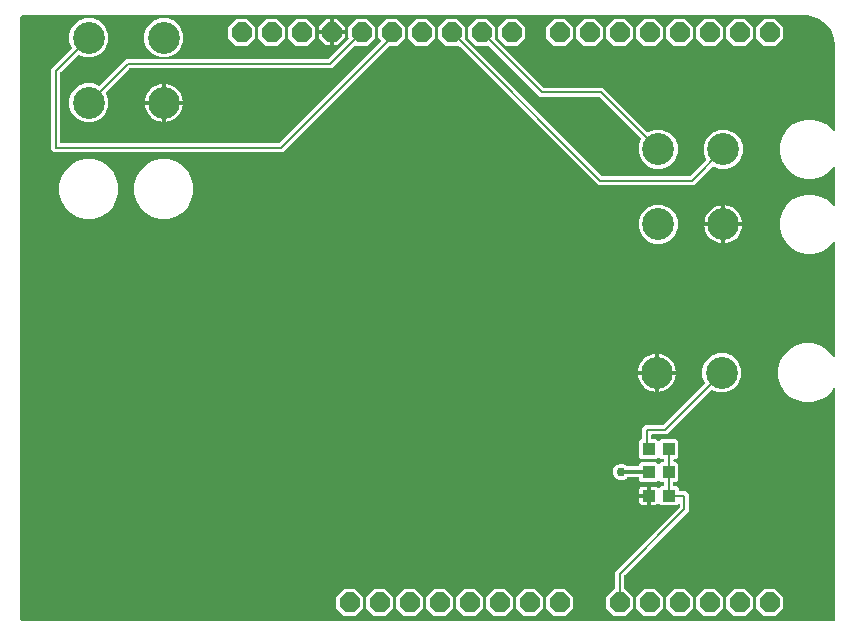
<source format=gbr>
G04 EAGLE Gerber RS-274X export*
G75*
%MOMM*%
%FSLAX34Y34*%
%LPD*%
%INTop Copper*%
%IPPOS*%
%AMOC8*
5,1,8,0,0,1.08239X$1,22.5*%
G01*
%ADD10P,1.814519X8X22.500000*%
%ADD11R,1.000000X1.100000*%
%ADD12R,1.100000X1.000000*%
%ADD13C,2.700000*%
%ADD14C,0.330200*%
%ADD15C,0.756400*%
%ADD16C,0.152400*%

G36*
X1111016Y-3044D02*
X1111016Y-3044D01*
X1111035Y-3046D01*
X1111137Y-3024D01*
X1111239Y-3008D01*
X1111256Y-2998D01*
X1111276Y-2994D01*
X1111365Y-2941D01*
X1111456Y-2892D01*
X1111470Y-2878D01*
X1111487Y-2868D01*
X1111554Y-2789D01*
X1111626Y-2714D01*
X1111634Y-2696D01*
X1111647Y-2681D01*
X1111686Y-2585D01*
X1111729Y-2491D01*
X1111731Y-2471D01*
X1111739Y-2453D01*
X1111757Y-2286D01*
X1111757Y193264D01*
X1111750Y193312D01*
X1111751Y193360D01*
X1111730Y193432D01*
X1111718Y193507D01*
X1111695Y193549D01*
X1111681Y193595D01*
X1111638Y193658D01*
X1111602Y193724D01*
X1111568Y193757D01*
X1111540Y193797D01*
X1111479Y193842D01*
X1111424Y193894D01*
X1111381Y193914D01*
X1111342Y193942D01*
X1111270Y193966D01*
X1111201Y193997D01*
X1111153Y194003D01*
X1111108Y194017D01*
X1111032Y194016D01*
X1110957Y194024D01*
X1110910Y194014D01*
X1110862Y194014D01*
X1110790Y193988D01*
X1110716Y193972D01*
X1110675Y193948D01*
X1110630Y193932D01*
X1110570Y193885D01*
X1110505Y193846D01*
X1110474Y193810D01*
X1110436Y193780D01*
X1110360Y193676D01*
X1110345Y193659D01*
X1110343Y193653D01*
X1110337Y193645D01*
X1109134Y191561D01*
X1104449Y186876D01*
X1098712Y183564D01*
X1092312Y181849D01*
X1085688Y181849D01*
X1079288Y183564D01*
X1073551Y186876D01*
X1068866Y191561D01*
X1065554Y197298D01*
X1063839Y203698D01*
X1063839Y210322D01*
X1065554Y216722D01*
X1068866Y222459D01*
X1073551Y227144D01*
X1079288Y230456D01*
X1085688Y232171D01*
X1092312Y232171D01*
X1098712Y230456D01*
X1104449Y227144D01*
X1109134Y222459D01*
X1110337Y220375D01*
X1110367Y220338D01*
X1110390Y220296D01*
X1110404Y220282D01*
X1110412Y220269D01*
X1110451Y220236D01*
X1110493Y220185D01*
X1110533Y220159D01*
X1110568Y220126D01*
X1110592Y220115D01*
X1110599Y220109D01*
X1110638Y220094D01*
X1110701Y220054D01*
X1110748Y220043D01*
X1110791Y220023D01*
X1110823Y220019D01*
X1110827Y220017D01*
X1110875Y220012D01*
X1110940Y219997D01*
X1110982Y220000D01*
X1110993Y219999D01*
X1110996Y219999D01*
X1110999Y220000D01*
X1111035Y219996D01*
X1111110Y220012D01*
X1111185Y220018D01*
X1111227Y220037D01*
X1111239Y220039D01*
X1111242Y220040D01*
X1111276Y220048D01*
X1111341Y220087D01*
X1111410Y220117D01*
X1111443Y220147D01*
X1111456Y220154D01*
X1111460Y220158D01*
X1111487Y220174D01*
X1111536Y220231D01*
X1111592Y220283D01*
X1111612Y220318D01*
X1111626Y220332D01*
X1111629Y220340D01*
X1111647Y220361D01*
X1111675Y220431D01*
X1111712Y220497D01*
X1111719Y220533D01*
X1111729Y220555D01*
X1111731Y220569D01*
X1111739Y220589D01*
X1111753Y220717D01*
X1111757Y220739D01*
X1111756Y220746D01*
X1111757Y220756D01*
X1111757Y316807D01*
X1111746Y316877D01*
X1111744Y316949D01*
X1111726Y316998D01*
X1111718Y317050D01*
X1111684Y317113D01*
X1111659Y317180D01*
X1111627Y317221D01*
X1111602Y317267D01*
X1111550Y317316D01*
X1111506Y317372D01*
X1111462Y317400D01*
X1111424Y317436D01*
X1111359Y317466D01*
X1111299Y317505D01*
X1111248Y317518D01*
X1111201Y317540D01*
X1111130Y317548D01*
X1111060Y317565D01*
X1111008Y317561D01*
X1110957Y317567D01*
X1110886Y317552D01*
X1110815Y317546D01*
X1110767Y317526D01*
X1110716Y317515D01*
X1110655Y317478D01*
X1110589Y317450D01*
X1110533Y317405D01*
X1110505Y317389D01*
X1110490Y317371D01*
X1110458Y317345D01*
X1105719Y312606D01*
X1099982Y309294D01*
X1093582Y307579D01*
X1086958Y307579D01*
X1080558Y309294D01*
X1074821Y312606D01*
X1070136Y317291D01*
X1066824Y323028D01*
X1065109Y329428D01*
X1065109Y336052D01*
X1066824Y342452D01*
X1070136Y348189D01*
X1074821Y352874D01*
X1080558Y356186D01*
X1086958Y357901D01*
X1093582Y357901D01*
X1099982Y356186D01*
X1105719Y352874D01*
X1110458Y348135D01*
X1110516Y348093D01*
X1110568Y348044D01*
X1110615Y348022D01*
X1110657Y347991D01*
X1110726Y347970D01*
X1110791Y347940D01*
X1110843Y347934D01*
X1110893Y347919D01*
X1110964Y347921D01*
X1111035Y347913D01*
X1111086Y347924D01*
X1111138Y347925D01*
X1111206Y347950D01*
X1111276Y347965D01*
X1111321Y347992D01*
X1111369Y348010D01*
X1111425Y348055D01*
X1111487Y348091D01*
X1111521Y348131D01*
X1111561Y348164D01*
X1111600Y348224D01*
X1111647Y348278D01*
X1111666Y348327D01*
X1111694Y348370D01*
X1111712Y348440D01*
X1111739Y348506D01*
X1111747Y348578D01*
X1111755Y348609D01*
X1111753Y348632D01*
X1111757Y348673D01*
X1111757Y380307D01*
X1111746Y380378D01*
X1111744Y380449D01*
X1111726Y380498D01*
X1111718Y380550D01*
X1111684Y380613D01*
X1111659Y380680D01*
X1111627Y380721D01*
X1111602Y380767D01*
X1111550Y380816D01*
X1111506Y380872D01*
X1111462Y380900D01*
X1111424Y380936D01*
X1111359Y380966D01*
X1111299Y381005D01*
X1111248Y381018D01*
X1111201Y381040D01*
X1111130Y381048D01*
X1111060Y381065D01*
X1111008Y381061D01*
X1110957Y381067D01*
X1110886Y381052D01*
X1110815Y381046D01*
X1110767Y381026D01*
X1110716Y381015D01*
X1110655Y380978D01*
X1110589Y380950D01*
X1110533Y380905D01*
X1110505Y380889D01*
X1110490Y380871D01*
X1110458Y380845D01*
X1105719Y376106D01*
X1099982Y372794D01*
X1093582Y371079D01*
X1086958Y371079D01*
X1080558Y372794D01*
X1074821Y376106D01*
X1070136Y380791D01*
X1066824Y386528D01*
X1065109Y392928D01*
X1065109Y399552D01*
X1066824Y405952D01*
X1070136Y411689D01*
X1074821Y416374D01*
X1080558Y419686D01*
X1086958Y421401D01*
X1093582Y421401D01*
X1099982Y419686D01*
X1105719Y416374D01*
X1110458Y411635D01*
X1110516Y411593D01*
X1110568Y411544D01*
X1110615Y411522D01*
X1110657Y411491D01*
X1110726Y411470D01*
X1110791Y411440D01*
X1110843Y411434D01*
X1110893Y411419D01*
X1110964Y411421D01*
X1111035Y411413D01*
X1111086Y411424D01*
X1111138Y411425D01*
X1111206Y411450D01*
X1111276Y411465D01*
X1111321Y411492D01*
X1111369Y411510D01*
X1111425Y411555D01*
X1111487Y411591D01*
X1111521Y411631D01*
X1111561Y411664D01*
X1111600Y411724D01*
X1111647Y411778D01*
X1111666Y411827D01*
X1111694Y411870D01*
X1111712Y411940D01*
X1111739Y412006D01*
X1111747Y412078D01*
X1111755Y412109D01*
X1111753Y412132D01*
X1111757Y412173D01*
X1111757Y477176D01*
X1111754Y477196D01*
X1111756Y477217D01*
X1111729Y477382D01*
X1111577Y477919D01*
X1111752Y479391D01*
X1111751Y479421D01*
X1111757Y479481D01*
X1111757Y480963D01*
X1111850Y481186D01*
X1111860Y481230D01*
X1111879Y481272D01*
X1111902Y481408D01*
X1111906Y481425D01*
X1111905Y481430D01*
X1111907Y481437D01*
X1112017Y483528D01*
X1112014Y483552D01*
X1112010Y483678D01*
X1111036Y490406D01*
X1111032Y490421D01*
X1111031Y490437D01*
X1110982Y490598D01*
X1108300Y496845D01*
X1108292Y496858D01*
X1108288Y496873D01*
X1108199Y497016D01*
X1103991Y502356D01*
X1103980Y502367D01*
X1103972Y502380D01*
X1103849Y502495D01*
X1098403Y506564D01*
X1098389Y506572D01*
X1098377Y506582D01*
X1098229Y506661D01*
X1091915Y509183D01*
X1091892Y509188D01*
X1091772Y509224D01*
X1088861Y509764D01*
X1088832Y509765D01*
X1088722Y509777D01*
X425364Y509777D01*
X425361Y509777D01*
X425358Y509777D01*
X425192Y509757D01*
X424304Y509551D01*
X424299Y509548D01*
X424293Y509548D01*
X424136Y509490D01*
X422569Y508705D01*
X422496Y508652D01*
X422419Y508606D01*
X422397Y508580D01*
X422370Y508560D01*
X422318Y508487D01*
X422259Y508419D01*
X422247Y508388D01*
X422227Y508360D01*
X422201Y508274D01*
X422167Y508191D01*
X422162Y508148D01*
X422155Y508125D01*
X422156Y508093D01*
X422149Y508024D01*
X422149Y-2286D01*
X422152Y-2306D01*
X422150Y-2325D01*
X422172Y-2427D01*
X422189Y-2529D01*
X422198Y-2546D01*
X422202Y-2566D01*
X422255Y-2655D01*
X422304Y-2746D01*
X422318Y-2760D01*
X422328Y-2777D01*
X422407Y-2844D01*
X422482Y-2916D01*
X422500Y-2924D01*
X422515Y-2937D01*
X422611Y-2976D01*
X422705Y-3019D01*
X422725Y-3021D01*
X422743Y-3029D01*
X422910Y-3047D01*
X1110996Y-3047D01*
X1111016Y-3044D01*
G37*
%LPC*%
G36*
X924905Y1269D02*
X924905Y1269D01*
X918209Y7965D01*
X918209Y17435D01*
X924905Y24131D01*
X925068Y24131D01*
X925088Y24134D01*
X925107Y24132D01*
X925209Y24154D01*
X925311Y24170D01*
X925328Y24180D01*
X925348Y24184D01*
X925437Y24237D01*
X925528Y24286D01*
X925542Y24300D01*
X925559Y24310D01*
X925626Y24389D01*
X925698Y24464D01*
X925706Y24482D01*
X925719Y24497D01*
X925758Y24593D01*
X925801Y24687D01*
X925803Y24707D01*
X925811Y24725D01*
X925829Y24892D01*
X925829Y38408D01*
X980216Y92796D01*
X980269Y92869D01*
X980329Y92939D01*
X980341Y92969D01*
X980360Y92995D01*
X980387Y93082D01*
X980421Y93167D01*
X980425Y93208D01*
X980432Y93230D01*
X980431Y93263D01*
X980439Y93334D01*
X980439Y95500D01*
X980428Y95571D01*
X980426Y95642D01*
X980408Y95691D01*
X980400Y95743D01*
X980366Y95806D01*
X980341Y95873D01*
X980309Y95914D01*
X980284Y95960D01*
X980232Y96009D01*
X980188Y96065D01*
X980144Y96094D01*
X980106Y96129D01*
X980041Y96160D01*
X979981Y96198D01*
X979930Y96211D01*
X979883Y96233D01*
X979812Y96241D01*
X979742Y96258D01*
X979690Y96254D01*
X979639Y96260D01*
X979568Y96245D01*
X979497Y96239D01*
X979449Y96219D01*
X979398Y96208D01*
X979337Y96171D01*
X979271Y96143D01*
X979215Y96098D01*
X979187Y96082D01*
X979172Y96064D01*
X979140Y96038D01*
X977923Y94821D01*
X964397Y94821D01*
X962839Y96379D01*
X962823Y96391D01*
X962810Y96407D01*
X962723Y96463D01*
X962639Y96523D01*
X962620Y96529D01*
X962604Y96540D01*
X962503Y96565D01*
X962404Y96595D01*
X962384Y96595D01*
X962365Y96600D01*
X962262Y96592D01*
X962158Y96589D01*
X962140Y96582D01*
X962120Y96580D01*
X962025Y96540D01*
X961927Y96504D01*
X961912Y96492D01*
X961893Y96484D01*
X961763Y96379D01*
X961220Y95837D01*
X960641Y95502D01*
X959994Y95329D01*
X955683Y95329D01*
X955683Y102108D01*
X955680Y102128D01*
X955682Y102147D01*
X955660Y102249D01*
X955643Y102351D01*
X955634Y102368D01*
X955630Y102388D01*
X955577Y102477D01*
X955528Y102568D01*
X955514Y102582D01*
X955504Y102599D01*
X955425Y102666D01*
X955350Y102737D01*
X955332Y102746D01*
X955317Y102759D01*
X955221Y102798D01*
X955127Y102841D01*
X955107Y102843D01*
X955089Y102851D01*
X954922Y102869D01*
X954159Y102869D01*
X954159Y102871D01*
X954922Y102871D01*
X954942Y102874D01*
X954961Y102872D01*
X955063Y102894D01*
X955165Y102911D01*
X955182Y102920D01*
X955202Y102924D01*
X955291Y102977D01*
X955382Y103026D01*
X955396Y103040D01*
X955413Y103050D01*
X955480Y103129D01*
X955551Y103204D01*
X955560Y103222D01*
X955573Y103237D01*
X955612Y103333D01*
X955655Y103427D01*
X955657Y103447D01*
X955665Y103465D01*
X955683Y103632D01*
X955683Y110411D01*
X959994Y110411D01*
X960641Y110238D01*
X961220Y109903D01*
X961763Y109361D01*
X961779Y109349D01*
X961791Y109333D01*
X961879Y109277D01*
X961962Y109217D01*
X961981Y109211D01*
X961998Y109200D01*
X962099Y109175D01*
X962197Y109145D01*
X962217Y109145D01*
X962237Y109140D01*
X962340Y109148D01*
X962443Y109151D01*
X962462Y109158D01*
X962482Y109160D01*
X962577Y109200D01*
X962674Y109236D01*
X962690Y109248D01*
X962708Y109256D01*
X962839Y109361D01*
X964397Y110919D01*
X966588Y110919D01*
X966608Y110922D01*
X966627Y110920D01*
X966729Y110942D01*
X966831Y110958D01*
X966848Y110968D01*
X966868Y110972D01*
X966957Y111025D01*
X967048Y111074D01*
X967062Y111088D01*
X967079Y111098D01*
X967146Y111177D01*
X967218Y111252D01*
X967226Y111270D01*
X967239Y111285D01*
X967278Y111381D01*
X967321Y111475D01*
X967323Y111495D01*
X967331Y111513D01*
X967349Y111680D01*
X967349Y113880D01*
X967346Y113900D01*
X967348Y113919D01*
X967326Y114021D01*
X967310Y114123D01*
X967300Y114140D01*
X967296Y114160D01*
X967243Y114249D01*
X967194Y114340D01*
X967180Y114354D01*
X967170Y114371D01*
X967091Y114438D01*
X967016Y114510D01*
X966998Y114518D01*
X966983Y114531D01*
X966887Y114570D01*
X966793Y114613D01*
X966773Y114615D01*
X966755Y114623D01*
X966588Y114641D01*
X964897Y114641D01*
X963198Y116340D01*
X963182Y116352D01*
X963170Y116367D01*
X963082Y116423D01*
X962999Y116484D01*
X962980Y116490D01*
X962963Y116500D01*
X962862Y116526D01*
X962763Y116556D01*
X962744Y116556D01*
X962724Y116560D01*
X962621Y116552D01*
X962518Y116550D01*
X962499Y116543D01*
X962479Y116541D01*
X962384Y116501D01*
X962287Y116465D01*
X962271Y116453D01*
X962253Y116445D01*
X962122Y116340D01*
X960423Y114641D01*
X947897Y114641D01*
X946111Y116427D01*
X946111Y117729D01*
X946108Y117749D01*
X946110Y117768D01*
X946088Y117870D01*
X946072Y117972D01*
X946062Y117989D01*
X946058Y118009D01*
X946005Y118098D01*
X945956Y118189D01*
X945942Y118203D01*
X945932Y118220D01*
X945853Y118287D01*
X945778Y118359D01*
X945760Y118367D01*
X945745Y118380D01*
X945649Y118419D01*
X945555Y118462D01*
X945535Y118464D01*
X945517Y118472D01*
X945350Y118490D01*
X936186Y118490D01*
X936096Y118476D01*
X936005Y118468D01*
X935975Y118456D01*
X935943Y118451D01*
X935862Y118408D01*
X935778Y118372D01*
X935746Y118346D01*
X935726Y118335D01*
X935703Y118312D01*
X935647Y118267D01*
X934779Y117399D01*
X932269Y116359D01*
X929551Y116359D01*
X927041Y117399D01*
X925119Y119321D01*
X924079Y121831D01*
X924079Y124549D01*
X925119Y127059D01*
X927041Y128981D01*
X929551Y130021D01*
X932269Y130021D01*
X934779Y128981D01*
X935647Y128113D01*
X935721Y128060D01*
X935791Y128000D01*
X935821Y127988D01*
X935847Y127969D01*
X935934Y127942D01*
X936019Y127908D01*
X936060Y127904D01*
X936082Y127897D01*
X936114Y127898D01*
X936186Y127890D01*
X945350Y127890D01*
X945370Y127893D01*
X945389Y127891D01*
X945491Y127913D01*
X945593Y127929D01*
X945610Y127939D01*
X945630Y127943D01*
X945719Y127996D01*
X945810Y128045D01*
X945824Y128059D01*
X945841Y128069D01*
X945908Y128148D01*
X945980Y128223D01*
X945988Y128241D01*
X946001Y128256D01*
X946040Y128352D01*
X946083Y128446D01*
X946085Y128466D01*
X946093Y128484D01*
X946111Y128651D01*
X946111Y129953D01*
X947897Y131739D01*
X960423Y131739D01*
X962122Y130040D01*
X962138Y130028D01*
X962150Y130013D01*
X962238Y129957D01*
X962321Y129896D01*
X962340Y129890D01*
X962357Y129880D01*
X962458Y129854D01*
X962557Y129824D01*
X962576Y129824D01*
X962596Y129820D01*
X962699Y129828D01*
X962802Y129830D01*
X962821Y129837D01*
X962841Y129839D01*
X962936Y129879D01*
X963033Y129915D01*
X963049Y129927D01*
X963067Y129935D01*
X963198Y130040D01*
X964897Y131739D01*
X966588Y131739D01*
X966608Y131742D01*
X966627Y131740D01*
X966729Y131762D01*
X966831Y131778D01*
X966848Y131788D01*
X966868Y131792D01*
X966957Y131845D01*
X967048Y131894D01*
X967062Y131908D01*
X967079Y131918D01*
X967146Y131997D01*
X967218Y132072D01*
X967226Y132090D01*
X967239Y132105D01*
X967278Y132201D01*
X967321Y132295D01*
X967323Y132315D01*
X967331Y132333D01*
X967349Y132500D01*
X967349Y132930D01*
X967346Y132950D01*
X967348Y132969D01*
X967326Y133071D01*
X967310Y133173D01*
X967300Y133190D01*
X967296Y133210D01*
X967243Y133299D01*
X967194Y133390D01*
X967180Y133404D01*
X967170Y133421D01*
X967091Y133488D01*
X967016Y133560D01*
X966998Y133568D01*
X966983Y133581D01*
X966887Y133620D01*
X966793Y133663D01*
X966773Y133665D01*
X966755Y133673D01*
X966588Y133691D01*
X964897Y133691D01*
X963198Y135390D01*
X963182Y135402D01*
X963170Y135417D01*
X963082Y135473D01*
X962999Y135534D01*
X962980Y135540D01*
X962963Y135550D01*
X962862Y135576D01*
X962763Y135606D01*
X962744Y135606D01*
X962724Y135610D01*
X962621Y135602D01*
X962518Y135600D01*
X962499Y135593D01*
X962479Y135591D01*
X962384Y135551D01*
X962287Y135515D01*
X962271Y135503D01*
X962253Y135495D01*
X962122Y135390D01*
X960423Y133691D01*
X947897Y133691D01*
X946111Y135477D01*
X946111Y149003D01*
X947897Y150789D01*
X947928Y150789D01*
X947948Y150792D01*
X947967Y150790D01*
X948069Y150812D01*
X948171Y150828D01*
X948188Y150838D01*
X948208Y150842D01*
X948297Y150895D01*
X948388Y150944D01*
X948402Y150958D01*
X948419Y150968D01*
X948486Y151047D01*
X948558Y151122D01*
X948566Y151140D01*
X948579Y151155D01*
X948618Y151251D01*
X948661Y151345D01*
X948663Y151365D01*
X948671Y151383D01*
X948689Y151550D01*
X948689Y160328D01*
X950922Y162561D01*
X965846Y162561D01*
X965936Y162575D01*
X966027Y162583D01*
X966057Y162595D01*
X966089Y162600D01*
X966170Y162643D01*
X966254Y162679D01*
X966286Y162705D01*
X966306Y162716D01*
X966329Y162739D01*
X966384Y162784D01*
X1001396Y197795D01*
X1001464Y197889D01*
X1001534Y197984D01*
X1001536Y197990D01*
X1001540Y197995D01*
X1001574Y198106D01*
X1001610Y198218D01*
X1001610Y198224D01*
X1001612Y198230D01*
X1001609Y198347D01*
X1001608Y198464D01*
X1001606Y198471D01*
X1001606Y198476D01*
X1001599Y198493D01*
X1001561Y198625D01*
X999451Y203718D01*
X999451Y210302D01*
X1001971Y216384D01*
X1006626Y221039D01*
X1012708Y223559D01*
X1019292Y223559D01*
X1025374Y221039D01*
X1030029Y216384D01*
X1032549Y210302D01*
X1032549Y203718D01*
X1030029Y197636D01*
X1025374Y192981D01*
X1019292Y190461D01*
X1012708Y190461D01*
X1007615Y192571D01*
X1007501Y192598D01*
X1007388Y192626D01*
X1007381Y192626D01*
X1007375Y192627D01*
X1007259Y192616D01*
X1007142Y192607D01*
X1007137Y192605D01*
X1007130Y192604D01*
X1007023Y192556D01*
X1006916Y192511D01*
X1006910Y192506D01*
X1006906Y192504D01*
X1006892Y192491D01*
X1006785Y192406D01*
X971774Y157394D01*
X969318Y154939D01*
X957072Y154939D01*
X957052Y154936D01*
X957033Y154938D01*
X956931Y154916D01*
X956829Y154900D01*
X956812Y154890D01*
X956792Y154886D01*
X956703Y154833D01*
X956612Y154784D01*
X956598Y154770D01*
X956581Y154760D01*
X956514Y154681D01*
X956442Y154606D01*
X956434Y154588D01*
X956421Y154573D01*
X956382Y154477D01*
X956339Y154383D01*
X956337Y154363D01*
X956329Y154345D01*
X956311Y154178D01*
X956311Y151550D01*
X956314Y151530D01*
X956312Y151511D01*
X956334Y151409D01*
X956350Y151307D01*
X956360Y151290D01*
X956364Y151270D01*
X956417Y151181D01*
X956466Y151090D01*
X956480Y151076D01*
X956490Y151059D01*
X956569Y150992D01*
X956644Y150920D01*
X956662Y150912D01*
X956677Y150899D01*
X956773Y150860D01*
X956867Y150817D01*
X956887Y150815D01*
X956905Y150807D01*
X957072Y150789D01*
X960423Y150789D01*
X962122Y149090D01*
X962138Y149078D01*
X962150Y149063D01*
X962238Y149007D01*
X962321Y148946D01*
X962340Y148940D01*
X962357Y148930D01*
X962458Y148904D01*
X962557Y148874D01*
X962576Y148874D01*
X962596Y148870D01*
X962699Y148878D01*
X962802Y148880D01*
X962821Y148887D01*
X962841Y148889D01*
X962936Y148929D01*
X963033Y148965D01*
X963049Y148977D01*
X963067Y148985D01*
X963198Y149090D01*
X964897Y150789D01*
X977423Y150789D01*
X979209Y149003D01*
X979209Y135477D01*
X977423Y133691D01*
X975732Y133691D01*
X975712Y133688D01*
X975693Y133690D01*
X975591Y133668D01*
X975489Y133652D01*
X975472Y133642D01*
X975452Y133638D01*
X975363Y133585D01*
X975272Y133536D01*
X975258Y133522D01*
X975241Y133512D01*
X975174Y133433D01*
X975102Y133358D01*
X975094Y133340D01*
X975081Y133325D01*
X975042Y133229D01*
X974999Y133135D01*
X974997Y133115D01*
X974989Y133097D01*
X974971Y132930D01*
X974971Y132500D01*
X974974Y132480D01*
X974972Y132461D01*
X974994Y132359D01*
X975010Y132257D01*
X975020Y132240D01*
X975024Y132220D01*
X975077Y132131D01*
X975126Y132040D01*
X975140Y132026D01*
X975150Y132009D01*
X975229Y131942D01*
X975304Y131870D01*
X975322Y131862D01*
X975337Y131849D01*
X975433Y131810D01*
X975527Y131767D01*
X975547Y131765D01*
X975565Y131757D01*
X975732Y131739D01*
X977423Y131739D01*
X979209Y129953D01*
X979209Y116427D01*
X977423Y114641D01*
X975732Y114641D01*
X975712Y114638D01*
X975693Y114640D01*
X975591Y114618D01*
X975489Y114602D01*
X975472Y114592D01*
X975452Y114588D01*
X975363Y114535D01*
X975272Y114486D01*
X975258Y114472D01*
X975241Y114462D01*
X975174Y114383D01*
X975102Y114308D01*
X975094Y114290D01*
X975081Y114275D01*
X975042Y114179D01*
X974999Y114085D01*
X974997Y114065D01*
X974989Y114047D01*
X974971Y113880D01*
X974971Y111680D01*
X974974Y111660D01*
X974972Y111641D01*
X974994Y111539D01*
X975010Y111437D01*
X975020Y111420D01*
X975024Y111400D01*
X975077Y111311D01*
X975126Y111220D01*
X975140Y111206D01*
X975150Y111189D01*
X975229Y111122D01*
X975304Y111050D01*
X975322Y111042D01*
X975337Y111029D01*
X975433Y110990D01*
X975527Y110947D01*
X975547Y110945D01*
X975565Y110937D01*
X975732Y110919D01*
X977923Y110919D01*
X979709Y109133D01*
X979709Y107442D01*
X979712Y107422D01*
X979710Y107403D01*
X979732Y107301D01*
X979748Y107199D01*
X979758Y107182D01*
X979762Y107162D01*
X979815Y107073D01*
X979864Y106982D01*
X979878Y106968D01*
X979888Y106951D01*
X979967Y106884D01*
X980042Y106812D01*
X980060Y106804D01*
X980075Y106791D01*
X980171Y106752D01*
X980265Y106709D01*
X980285Y106707D01*
X980303Y106699D01*
X980470Y106681D01*
X985828Y106681D01*
X988061Y104448D01*
X988061Y89862D01*
X933674Y35474D01*
X933621Y35401D01*
X933561Y35331D01*
X933549Y35301D01*
X933530Y35275D01*
X933503Y35188D01*
X933469Y35103D01*
X933465Y35062D01*
X933458Y35040D01*
X933459Y35007D01*
X933451Y34936D01*
X933451Y24892D01*
X933454Y24872D01*
X933452Y24853D01*
X933474Y24751D01*
X933490Y24649D01*
X933500Y24632D01*
X933504Y24612D01*
X933557Y24523D01*
X933606Y24432D01*
X933620Y24418D01*
X933630Y24401D01*
X933709Y24334D01*
X933784Y24262D01*
X933802Y24254D01*
X933817Y24241D01*
X933913Y24202D01*
X934007Y24159D01*
X934027Y24157D01*
X934045Y24149D01*
X934212Y24131D01*
X934375Y24131D01*
X941071Y17435D01*
X941071Y7965D01*
X934375Y1269D01*
X924905Y1269D01*
G37*
%LPD*%
%LPC*%
G36*
X450542Y393699D02*
X450542Y393699D01*
X448309Y395932D01*
X448309Y464248D01*
X450764Y466704D01*
X465456Y481395D01*
X465524Y481489D01*
X465594Y481584D01*
X465596Y481590D01*
X465600Y481595D01*
X465634Y481706D01*
X465670Y481818D01*
X465670Y481824D01*
X465672Y481830D01*
X465669Y481947D01*
X465668Y482064D01*
X465666Y482071D01*
X465666Y482076D01*
X465659Y482093D01*
X465621Y482225D01*
X463511Y487318D01*
X463511Y493902D01*
X466031Y499984D01*
X470686Y504639D01*
X476768Y507159D01*
X483352Y507159D01*
X489434Y504639D01*
X494089Y499984D01*
X496609Y493902D01*
X496609Y487318D01*
X494089Y481236D01*
X489434Y476581D01*
X483352Y474061D01*
X476768Y474061D01*
X471675Y476171D01*
X471561Y476198D01*
X471448Y476226D01*
X471441Y476226D01*
X471435Y476227D01*
X471319Y476216D01*
X471202Y476207D01*
X471197Y476205D01*
X471190Y476204D01*
X471083Y476156D01*
X470976Y476111D01*
X470970Y476106D01*
X470966Y476104D01*
X470952Y476091D01*
X470845Y476006D01*
X456154Y461314D01*
X456101Y461241D01*
X456041Y461171D01*
X456029Y461141D01*
X456010Y461115D01*
X455983Y461028D01*
X455949Y460943D01*
X455945Y460902D01*
X455938Y460880D01*
X455939Y460847D01*
X455931Y460776D01*
X455931Y402082D01*
X455934Y402062D01*
X455932Y402043D01*
X455954Y401941D01*
X455970Y401839D01*
X455980Y401822D01*
X455984Y401802D01*
X456037Y401713D01*
X456086Y401622D01*
X456100Y401608D01*
X456110Y401591D01*
X456189Y401524D01*
X456264Y401452D01*
X456282Y401444D01*
X456297Y401431D01*
X456393Y401392D01*
X456487Y401349D01*
X456507Y401347D01*
X456525Y401339D01*
X456692Y401321D01*
X640726Y401321D01*
X640816Y401335D01*
X640907Y401343D01*
X640937Y401355D01*
X640969Y401360D01*
X641050Y401403D01*
X641134Y401439D01*
X641166Y401465D01*
X641186Y401476D01*
X641209Y401499D01*
X641264Y401544D01*
X727189Y487469D01*
X727201Y487485D01*
X727217Y487497D01*
X727273Y487585D01*
X727333Y487668D01*
X727339Y487687D01*
X727350Y487704D01*
X727375Y487805D01*
X727405Y487903D01*
X727405Y487923D01*
X727410Y487943D01*
X727402Y488046D01*
X727399Y488149D01*
X727392Y488168D01*
X727391Y488188D01*
X727350Y488283D01*
X727314Y488380D01*
X727302Y488396D01*
X727294Y488414D01*
X727189Y488545D01*
X725169Y490565D01*
X725169Y500035D01*
X731865Y506731D01*
X741335Y506731D01*
X748031Y500035D01*
X748031Y490565D01*
X741335Y483869D01*
X734684Y483869D01*
X734594Y483855D01*
X734503Y483847D01*
X734473Y483835D01*
X734441Y483830D01*
X734360Y483787D01*
X734276Y483751D01*
X734244Y483725D01*
X734224Y483714D01*
X734201Y483691D01*
X734146Y483646D01*
X644198Y393699D01*
X450542Y393699D01*
G37*
%LPD*%
%LPC*%
G36*
X911552Y365759D02*
X911552Y365759D01*
X909096Y368214D01*
X793326Y483984D01*
X793310Y483996D01*
X793298Y484012D01*
X793210Y484068D01*
X793127Y484128D01*
X793108Y484134D01*
X793091Y484145D01*
X792991Y484170D01*
X792892Y484200D01*
X792872Y484200D01*
X792852Y484205D01*
X792749Y484197D01*
X792646Y484194D01*
X792627Y484187D01*
X792607Y484186D01*
X792512Y484145D01*
X792415Y484109D01*
X792399Y484097D01*
X792381Y484089D01*
X792250Y483984D01*
X792135Y483869D01*
X782665Y483869D01*
X775969Y490565D01*
X775969Y500035D01*
X782665Y506731D01*
X792135Y506731D01*
X798831Y500035D01*
X798831Y490565D01*
X798716Y490450D01*
X798704Y490434D01*
X798688Y490422D01*
X798632Y490334D01*
X798572Y490250D01*
X798566Y490231D01*
X798555Y490215D01*
X798530Y490114D01*
X798500Y490015D01*
X798500Y489995D01*
X798495Y489976D01*
X798503Y489873D01*
X798506Y489769D01*
X798513Y489751D01*
X798514Y489731D01*
X798555Y489636D01*
X798591Y489538D01*
X798603Y489523D01*
X798611Y489505D01*
X798716Y489374D01*
X914486Y373604D01*
X914559Y373551D01*
X914629Y373491D01*
X914659Y373479D01*
X914685Y373460D01*
X914772Y373433D01*
X914857Y373399D01*
X914898Y373395D01*
X914920Y373388D01*
X914953Y373389D01*
X915024Y373381D01*
X988706Y373381D01*
X988796Y373395D01*
X988887Y373403D01*
X988917Y373415D01*
X988949Y373420D01*
X989030Y373463D01*
X989114Y373499D01*
X989146Y373525D01*
X989166Y373536D01*
X989189Y373559D01*
X989244Y373604D01*
X1002666Y387025D01*
X1002734Y387119D01*
X1002804Y387214D01*
X1002806Y387220D01*
X1002810Y387225D01*
X1002844Y387336D01*
X1002880Y387448D01*
X1002880Y387454D01*
X1002882Y387460D01*
X1002879Y387577D01*
X1002878Y387694D01*
X1002876Y387701D01*
X1002876Y387706D01*
X1002869Y387723D01*
X1002831Y387855D01*
X1000721Y392948D01*
X1000721Y399532D01*
X1003241Y405614D01*
X1007896Y410269D01*
X1013978Y412789D01*
X1020562Y412789D01*
X1026644Y410269D01*
X1031299Y405614D01*
X1033819Y399532D01*
X1033819Y392948D01*
X1031299Y386866D01*
X1026644Y382211D01*
X1020562Y379691D01*
X1013978Y379691D01*
X1008885Y381801D01*
X1008771Y381828D01*
X1008658Y381856D01*
X1008651Y381856D01*
X1008645Y381857D01*
X1008529Y381846D01*
X1008412Y381837D01*
X1008407Y381835D01*
X1008400Y381834D01*
X1008293Y381786D01*
X1008186Y381741D01*
X1008180Y381736D01*
X1008176Y381734D01*
X1008162Y381721D01*
X1008055Y381636D01*
X994634Y368214D01*
X992178Y365759D01*
X911552Y365759D01*
G37*
%LPD*%
%LPC*%
G36*
X476768Y419061D02*
X476768Y419061D01*
X470686Y421581D01*
X466031Y426236D01*
X463511Y432318D01*
X463511Y438902D01*
X466031Y444984D01*
X470686Y449639D01*
X476768Y452159D01*
X483352Y452159D01*
X488445Y450049D01*
X488559Y450022D01*
X488672Y449994D01*
X488679Y449994D01*
X488685Y449993D01*
X488801Y450004D01*
X488918Y450013D01*
X488923Y450015D01*
X488930Y450016D01*
X489037Y450064D01*
X489144Y450109D01*
X489150Y450114D01*
X489154Y450116D01*
X489168Y450129D01*
X489275Y450214D01*
X509046Y469986D01*
X511502Y472441D01*
X682636Y472441D01*
X682726Y472455D01*
X682817Y472463D01*
X682847Y472475D01*
X682879Y472480D01*
X682960Y472523D01*
X683044Y472559D01*
X683076Y472585D01*
X683096Y472596D01*
X683119Y472619D01*
X683174Y472664D01*
X699884Y489374D01*
X699896Y489390D01*
X699912Y489402D01*
X699968Y489490D01*
X700028Y489573D01*
X700034Y489592D01*
X700045Y489609D01*
X700070Y489709D01*
X700100Y489808D01*
X700100Y489828D01*
X700105Y489848D01*
X700097Y489951D01*
X700094Y490054D01*
X700087Y490073D01*
X700086Y490093D01*
X700045Y490188D01*
X700009Y490285D01*
X699997Y490301D01*
X699989Y490319D01*
X699884Y490450D01*
X699769Y490565D01*
X699769Y500035D01*
X706465Y506731D01*
X715935Y506731D01*
X722631Y500035D01*
X722631Y490565D01*
X715935Y483869D01*
X706465Y483869D01*
X706350Y483984D01*
X706334Y483996D01*
X706322Y484012D01*
X706234Y484068D01*
X706150Y484128D01*
X706131Y484134D01*
X706115Y484145D01*
X706014Y484170D01*
X705915Y484200D01*
X705895Y484200D01*
X705876Y484205D01*
X705773Y484197D01*
X705669Y484194D01*
X705651Y484187D01*
X705631Y484186D01*
X705536Y484145D01*
X705438Y484109D01*
X705423Y484097D01*
X705405Y484089D01*
X705274Y483984D01*
X688564Y467274D01*
X686108Y464819D01*
X514974Y464819D01*
X514884Y464805D01*
X514793Y464797D01*
X514763Y464785D01*
X514731Y464780D01*
X514650Y464737D01*
X514566Y464701D01*
X514534Y464675D01*
X514514Y464664D01*
X514491Y464641D01*
X514436Y464596D01*
X494664Y444825D01*
X494596Y444731D01*
X494526Y444636D01*
X494524Y444630D01*
X494520Y444625D01*
X494486Y444514D01*
X494450Y444402D01*
X494450Y444396D01*
X494448Y444390D01*
X494451Y444273D01*
X494452Y444156D01*
X494454Y444149D01*
X494454Y444144D01*
X494461Y444127D01*
X494499Y443995D01*
X496609Y438902D01*
X496609Y432318D01*
X494089Y426236D01*
X489434Y421581D01*
X483352Y419061D01*
X476768Y419061D01*
G37*
%LPD*%
%LPC*%
G36*
X958978Y379691D02*
X958978Y379691D01*
X952896Y382211D01*
X948241Y386866D01*
X945721Y392948D01*
X945721Y399532D01*
X947831Y404625D01*
X947858Y404739D01*
X947886Y404852D01*
X947886Y404859D01*
X947887Y404865D01*
X947876Y404981D01*
X947867Y405098D01*
X947865Y405103D01*
X947864Y405110D01*
X947816Y405217D01*
X947771Y405324D01*
X947766Y405330D01*
X947764Y405334D01*
X947751Y405348D01*
X947666Y405455D01*
X912654Y440466D01*
X912581Y440519D01*
X912511Y440579D01*
X912481Y440591D01*
X912455Y440610D01*
X912368Y440637D01*
X912283Y440671D01*
X912242Y440675D01*
X912220Y440682D01*
X912187Y440681D01*
X912116Y440689D01*
X862022Y440689D01*
X859566Y443144D01*
X818726Y483984D01*
X818710Y483996D01*
X818698Y484012D01*
X818610Y484068D01*
X818527Y484128D01*
X818508Y484134D01*
X818491Y484145D01*
X818391Y484170D01*
X818292Y484200D01*
X818272Y484200D01*
X818252Y484205D01*
X818149Y484197D01*
X818046Y484194D01*
X818027Y484187D01*
X818007Y484186D01*
X817912Y484145D01*
X817815Y484109D01*
X817799Y484097D01*
X817781Y484089D01*
X817650Y483984D01*
X817535Y483869D01*
X808065Y483869D01*
X801369Y490565D01*
X801369Y500035D01*
X808065Y506731D01*
X817535Y506731D01*
X824231Y500035D01*
X824231Y490565D01*
X824116Y490450D01*
X824104Y490434D01*
X824088Y490422D01*
X824032Y490334D01*
X823972Y490250D01*
X823966Y490231D01*
X823955Y490215D01*
X823930Y490114D01*
X823900Y490015D01*
X823900Y489995D01*
X823895Y489976D01*
X823903Y489873D01*
X823906Y489769D01*
X823913Y489751D01*
X823914Y489731D01*
X823955Y489636D01*
X823991Y489538D01*
X824003Y489523D01*
X824011Y489505D01*
X824116Y489374D01*
X864956Y448534D01*
X865029Y448481D01*
X865099Y448421D01*
X865129Y448409D01*
X865155Y448390D01*
X865242Y448363D01*
X865327Y448329D01*
X865368Y448325D01*
X865390Y448318D01*
X865423Y448319D01*
X865494Y448311D01*
X915588Y448311D01*
X918044Y445856D01*
X953055Y410844D01*
X953149Y410776D01*
X953244Y410706D01*
X953250Y410704D01*
X953255Y410700D01*
X953366Y410666D01*
X953478Y410630D01*
X953484Y410630D01*
X953490Y410628D01*
X953607Y410631D01*
X953724Y410632D01*
X953731Y410634D01*
X953736Y410634D01*
X953753Y410641D01*
X953885Y410679D01*
X958978Y412789D01*
X965562Y412789D01*
X971644Y410269D01*
X976299Y405614D01*
X978819Y399532D01*
X978819Y392948D01*
X976299Y386866D01*
X971644Y382211D01*
X965562Y379691D01*
X958978Y379691D01*
G37*
%LPD*%
%LPC*%
G36*
X540248Y337449D02*
X540248Y337449D01*
X533848Y339164D01*
X528111Y342476D01*
X523426Y347161D01*
X520114Y352898D01*
X518399Y359298D01*
X518399Y365922D01*
X520114Y372322D01*
X523426Y378059D01*
X528111Y382744D01*
X533848Y386056D01*
X540248Y387771D01*
X546872Y387771D01*
X553272Y386056D01*
X559009Y382744D01*
X563694Y378059D01*
X567006Y372322D01*
X568721Y365922D01*
X568721Y359298D01*
X567006Y352898D01*
X563694Y347161D01*
X559009Y342476D01*
X553272Y339164D01*
X546872Y337449D01*
X540248Y337449D01*
G37*
%LPD*%
%LPC*%
G36*
X476748Y337449D02*
X476748Y337449D01*
X470348Y339164D01*
X464611Y342476D01*
X459926Y347161D01*
X456614Y352898D01*
X454899Y359298D01*
X454899Y365922D01*
X456614Y372322D01*
X459926Y378059D01*
X464611Y382744D01*
X470348Y386056D01*
X476748Y387771D01*
X483372Y387771D01*
X489772Y386056D01*
X495509Y382744D01*
X500194Y378059D01*
X503506Y372322D01*
X505221Y365922D01*
X505221Y359298D01*
X503506Y352898D01*
X500194Y347161D01*
X495509Y342476D01*
X489772Y339164D01*
X483372Y337449D01*
X476748Y337449D01*
G37*
%LPD*%
%LPC*%
G36*
X540268Y474061D02*
X540268Y474061D01*
X534186Y476581D01*
X529531Y481236D01*
X527011Y487318D01*
X527011Y493902D01*
X529531Y499984D01*
X534186Y504639D01*
X540268Y507159D01*
X546852Y507159D01*
X552934Y504639D01*
X557589Y499984D01*
X560109Y493902D01*
X560109Y487318D01*
X557589Y481236D01*
X552934Y476581D01*
X546852Y474061D01*
X540268Y474061D01*
G37*
%LPD*%
%LPC*%
G36*
X958978Y316191D02*
X958978Y316191D01*
X952896Y318711D01*
X948241Y323366D01*
X945721Y329448D01*
X945721Y336032D01*
X948241Y342114D01*
X952896Y346769D01*
X958978Y349289D01*
X965562Y349289D01*
X971644Y346769D01*
X976299Y342114D01*
X978819Y336032D01*
X978819Y329448D01*
X976299Y323366D01*
X971644Y318711D01*
X965562Y316191D01*
X958978Y316191D01*
G37*
%LPD*%
%LPC*%
G36*
X874105Y483869D02*
X874105Y483869D01*
X867409Y490565D01*
X867409Y500035D01*
X874105Y506731D01*
X883575Y506731D01*
X890271Y500035D01*
X890271Y490565D01*
X883575Y483869D01*
X874105Y483869D01*
G37*
%LPD*%
%LPC*%
G36*
X1001105Y483869D02*
X1001105Y483869D01*
X994409Y490565D01*
X994409Y500035D01*
X1001105Y506731D01*
X1010575Y506731D01*
X1017271Y500035D01*
X1017271Y490565D01*
X1010575Y483869D01*
X1001105Y483869D01*
G37*
%LPD*%
%LPC*%
G36*
X655665Y483869D02*
X655665Y483869D01*
X648969Y490565D01*
X648969Y500035D01*
X655665Y506731D01*
X665135Y506731D01*
X671831Y500035D01*
X671831Y490565D01*
X665135Y483869D01*
X655665Y483869D01*
G37*
%LPD*%
%LPC*%
G36*
X630265Y483869D02*
X630265Y483869D01*
X623569Y490565D01*
X623569Y500035D01*
X630265Y506731D01*
X639735Y506731D01*
X646431Y500035D01*
X646431Y490565D01*
X639735Y483869D01*
X630265Y483869D01*
G37*
%LPD*%
%LPC*%
G36*
X604865Y483869D02*
X604865Y483869D01*
X598169Y490565D01*
X598169Y500035D01*
X604865Y506731D01*
X614335Y506731D01*
X621031Y500035D01*
X621031Y490565D01*
X614335Y483869D01*
X604865Y483869D01*
G37*
%LPD*%
%LPC*%
G36*
X757265Y483869D02*
X757265Y483869D01*
X750569Y490565D01*
X750569Y500035D01*
X757265Y506731D01*
X766735Y506731D01*
X773431Y500035D01*
X773431Y490565D01*
X766735Y483869D01*
X757265Y483869D01*
G37*
%LPD*%
%LPC*%
G36*
X1026505Y483869D02*
X1026505Y483869D01*
X1019809Y490565D01*
X1019809Y500035D01*
X1026505Y506731D01*
X1035975Y506731D01*
X1042671Y500035D01*
X1042671Y490565D01*
X1035975Y483869D01*
X1026505Y483869D01*
G37*
%LPD*%
%LPC*%
G36*
X1051905Y483869D02*
X1051905Y483869D01*
X1045209Y490565D01*
X1045209Y500035D01*
X1051905Y506731D01*
X1061375Y506731D01*
X1068071Y500035D01*
X1068071Y490565D01*
X1061375Y483869D01*
X1051905Y483869D01*
G37*
%LPD*%
%LPC*%
G36*
X833465Y483869D02*
X833465Y483869D01*
X826769Y490565D01*
X826769Y500035D01*
X833465Y506731D01*
X842935Y506731D01*
X849631Y500035D01*
X849631Y490565D01*
X842935Y483869D01*
X833465Y483869D01*
G37*
%LPD*%
%LPC*%
G36*
X772505Y1269D02*
X772505Y1269D01*
X765809Y7965D01*
X765809Y17435D01*
X772505Y24131D01*
X781975Y24131D01*
X788671Y17435D01*
X788671Y7965D01*
X781975Y1269D01*
X772505Y1269D01*
G37*
%LPD*%
%LPC*%
G36*
X797905Y1269D02*
X797905Y1269D01*
X791209Y7965D01*
X791209Y17435D01*
X797905Y24131D01*
X807375Y24131D01*
X814071Y17435D01*
X814071Y7965D01*
X807375Y1269D01*
X797905Y1269D01*
G37*
%LPD*%
%LPC*%
G36*
X823305Y1269D02*
X823305Y1269D01*
X816609Y7965D01*
X816609Y17435D01*
X823305Y24131D01*
X832775Y24131D01*
X839471Y17435D01*
X839471Y7965D01*
X832775Y1269D01*
X823305Y1269D01*
G37*
%LPD*%
%LPC*%
G36*
X848705Y1269D02*
X848705Y1269D01*
X842009Y7965D01*
X842009Y17435D01*
X848705Y24131D01*
X858175Y24131D01*
X864871Y17435D01*
X864871Y7965D01*
X858175Y1269D01*
X848705Y1269D01*
G37*
%LPD*%
%LPC*%
G36*
X874105Y1269D02*
X874105Y1269D01*
X867409Y7965D01*
X867409Y17435D01*
X874105Y24131D01*
X883575Y24131D01*
X890271Y17435D01*
X890271Y7965D01*
X883575Y1269D01*
X874105Y1269D01*
G37*
%LPD*%
%LPC*%
G36*
X950305Y1269D02*
X950305Y1269D01*
X943609Y7965D01*
X943609Y17435D01*
X950305Y24131D01*
X959775Y24131D01*
X966471Y17435D01*
X966471Y7965D01*
X959775Y1269D01*
X950305Y1269D01*
G37*
%LPD*%
%LPC*%
G36*
X975705Y1269D02*
X975705Y1269D01*
X969009Y7965D01*
X969009Y17435D01*
X975705Y24131D01*
X985175Y24131D01*
X991871Y17435D01*
X991871Y7965D01*
X985175Y1269D01*
X975705Y1269D01*
G37*
%LPD*%
%LPC*%
G36*
X1001105Y1269D02*
X1001105Y1269D01*
X994409Y7965D01*
X994409Y17435D01*
X1001105Y24131D01*
X1010575Y24131D01*
X1017271Y17435D01*
X1017271Y7965D01*
X1010575Y1269D01*
X1001105Y1269D01*
G37*
%LPD*%
%LPC*%
G36*
X1026505Y1269D02*
X1026505Y1269D01*
X1019809Y7965D01*
X1019809Y17435D01*
X1026505Y24131D01*
X1035975Y24131D01*
X1042671Y17435D01*
X1042671Y7965D01*
X1035975Y1269D01*
X1026505Y1269D01*
G37*
%LPD*%
%LPC*%
G36*
X1051905Y1269D02*
X1051905Y1269D01*
X1045209Y7965D01*
X1045209Y17435D01*
X1051905Y24131D01*
X1061375Y24131D01*
X1068071Y17435D01*
X1068071Y7965D01*
X1061375Y1269D01*
X1051905Y1269D01*
G37*
%LPD*%
%LPC*%
G36*
X975705Y483869D02*
X975705Y483869D01*
X969009Y490565D01*
X969009Y500035D01*
X975705Y506731D01*
X985175Y506731D01*
X991871Y500035D01*
X991871Y490565D01*
X985175Y483869D01*
X975705Y483869D01*
G37*
%LPD*%
%LPC*%
G36*
X899505Y483869D02*
X899505Y483869D01*
X892809Y490565D01*
X892809Y500035D01*
X899505Y506731D01*
X908975Y506731D01*
X915671Y500035D01*
X915671Y490565D01*
X908975Y483869D01*
X899505Y483869D01*
G37*
%LPD*%
%LPC*%
G36*
X924905Y483869D02*
X924905Y483869D01*
X918209Y490565D01*
X918209Y500035D01*
X924905Y506731D01*
X934375Y506731D01*
X941071Y500035D01*
X941071Y490565D01*
X934375Y483869D01*
X924905Y483869D01*
G37*
%LPD*%
%LPC*%
G36*
X747105Y1269D02*
X747105Y1269D01*
X740409Y7965D01*
X740409Y17435D01*
X747105Y24131D01*
X756575Y24131D01*
X763271Y17435D01*
X763271Y7965D01*
X756575Y1269D01*
X747105Y1269D01*
G37*
%LPD*%
%LPC*%
G36*
X696305Y1269D02*
X696305Y1269D01*
X689609Y7965D01*
X689609Y17435D01*
X696305Y24131D01*
X705775Y24131D01*
X712471Y17435D01*
X712471Y7965D01*
X705775Y1269D01*
X696305Y1269D01*
G37*
%LPD*%
%LPC*%
G36*
X721705Y1269D02*
X721705Y1269D01*
X715009Y7965D01*
X715009Y17435D01*
X721705Y24131D01*
X731175Y24131D01*
X737871Y17435D01*
X737871Y7965D01*
X731175Y1269D01*
X721705Y1269D01*
G37*
%LPD*%
%LPC*%
G36*
X950305Y483869D02*
X950305Y483869D01*
X943609Y490565D01*
X943609Y500035D01*
X950305Y506731D01*
X959775Y506731D01*
X966471Y500035D01*
X966471Y490565D01*
X959775Y483869D01*
X950305Y483869D01*
G37*
%LPD*%
%LPC*%
G36*
X1018793Y334263D02*
X1018793Y334263D01*
X1018793Y348719D01*
X1020406Y348506D01*
X1022437Y347962D01*
X1024380Y347157D01*
X1026201Y346106D01*
X1027869Y344826D01*
X1029356Y343339D01*
X1030636Y341671D01*
X1031687Y339850D01*
X1032492Y337907D01*
X1033036Y335876D01*
X1033249Y334263D01*
X1018793Y334263D01*
G37*
%LPD*%
%LPC*%
G36*
X545083Y437133D02*
X545083Y437133D01*
X545083Y451589D01*
X546696Y451376D01*
X548727Y450832D01*
X550670Y450027D01*
X552491Y448976D01*
X554159Y447696D01*
X555646Y446209D01*
X556926Y444541D01*
X557977Y442720D01*
X558782Y440777D01*
X559326Y438746D01*
X559539Y437133D01*
X545083Y437133D01*
G37*
%LPD*%
%LPC*%
G36*
X962523Y208533D02*
X962523Y208533D01*
X962523Y222989D01*
X964136Y222776D01*
X966167Y222232D01*
X968110Y221427D01*
X969931Y220376D01*
X971599Y219096D01*
X973086Y217609D01*
X974366Y215941D01*
X975417Y214120D01*
X976222Y212177D01*
X976766Y210146D01*
X976979Y208533D01*
X962523Y208533D01*
G37*
%LPD*%
%LPC*%
G36*
X945021Y208533D02*
X945021Y208533D01*
X945234Y210146D01*
X945778Y212177D01*
X946583Y214120D01*
X947634Y215941D01*
X948914Y217609D01*
X950401Y219096D01*
X952069Y220376D01*
X953890Y221427D01*
X955833Y222232D01*
X957864Y222776D01*
X959477Y222989D01*
X959477Y208533D01*
X945021Y208533D01*
G37*
%LPD*%
%LPC*%
G36*
X1018793Y331217D02*
X1018793Y331217D01*
X1033249Y331217D01*
X1033036Y329604D01*
X1032492Y327573D01*
X1031687Y325630D01*
X1030636Y323809D01*
X1029356Y322141D01*
X1027869Y320654D01*
X1026201Y319374D01*
X1024380Y318323D01*
X1022437Y317518D01*
X1020406Y316974D01*
X1018793Y316761D01*
X1018793Y331217D01*
G37*
%LPD*%
%LPC*%
G36*
X962523Y205487D02*
X962523Y205487D01*
X976979Y205487D01*
X976766Y203874D01*
X976222Y201843D01*
X975417Y199900D01*
X974366Y198079D01*
X973086Y196411D01*
X971599Y194924D01*
X969931Y193644D01*
X968110Y192593D01*
X966167Y191788D01*
X964136Y191244D01*
X962523Y191031D01*
X962523Y205487D01*
G37*
%LPD*%
%LPC*%
G36*
X527581Y437133D02*
X527581Y437133D01*
X527794Y438746D01*
X528338Y440777D01*
X529143Y442720D01*
X530194Y444541D01*
X531474Y446209D01*
X532961Y447696D01*
X534629Y448976D01*
X536450Y450027D01*
X538393Y450832D01*
X540424Y451376D01*
X542037Y451589D01*
X542037Y437133D01*
X527581Y437133D01*
G37*
%LPD*%
%LPC*%
G36*
X545083Y434087D02*
X545083Y434087D01*
X559539Y434087D01*
X559326Y432474D01*
X558782Y430443D01*
X557977Y428500D01*
X556926Y426679D01*
X555646Y425011D01*
X554159Y423524D01*
X552491Y422244D01*
X550670Y421193D01*
X548727Y420388D01*
X546696Y419844D01*
X545083Y419631D01*
X545083Y434087D01*
G37*
%LPD*%
%LPC*%
G36*
X1001291Y334263D02*
X1001291Y334263D01*
X1001504Y335876D01*
X1002048Y337907D01*
X1002853Y339850D01*
X1003904Y341671D01*
X1005184Y343339D01*
X1006671Y344826D01*
X1008339Y346106D01*
X1010160Y347157D01*
X1012103Y347962D01*
X1014134Y348506D01*
X1015747Y348719D01*
X1015747Y334263D01*
X1001291Y334263D01*
G37*
%LPD*%
%LPC*%
G36*
X1014134Y316974D02*
X1014134Y316974D01*
X1012103Y317518D01*
X1010160Y318323D01*
X1008339Y319374D01*
X1006671Y320654D01*
X1005184Y322141D01*
X1003904Y323809D01*
X1002853Y325630D01*
X1002048Y327573D01*
X1001504Y329604D01*
X1001291Y331217D01*
X1015747Y331217D01*
X1015747Y316761D01*
X1014134Y316974D01*
G37*
%LPD*%
%LPC*%
G36*
X540424Y419844D02*
X540424Y419844D01*
X538393Y420388D01*
X536450Y421193D01*
X534629Y422244D01*
X532961Y423524D01*
X531474Y425011D01*
X530194Y426679D01*
X529143Y428500D01*
X528338Y430443D01*
X527794Y432474D01*
X527581Y434087D01*
X542037Y434087D01*
X542037Y419631D01*
X540424Y419844D01*
G37*
%LPD*%
%LPC*%
G36*
X957864Y191244D02*
X957864Y191244D01*
X955833Y191788D01*
X953890Y192593D01*
X952069Y193644D01*
X950401Y194924D01*
X948914Y196411D01*
X947634Y198079D01*
X946583Y199900D01*
X945778Y201843D01*
X945234Y203874D01*
X945021Y205487D01*
X959477Y205487D01*
X959477Y191031D01*
X957864Y191244D01*
G37*
%LPD*%
%LPC*%
G36*
X687323Y496823D02*
X687323Y496823D01*
X687323Y506223D01*
X690324Y506223D01*
X696723Y499824D01*
X696723Y496823D01*
X687323Y496823D01*
G37*
%LPD*%
%LPC*%
G36*
X687323Y484377D02*
X687323Y484377D01*
X687323Y493777D01*
X696723Y493777D01*
X696723Y490776D01*
X690324Y484377D01*
X687323Y484377D01*
G37*
%LPD*%
%LPC*%
G36*
X674877Y496823D02*
X674877Y496823D01*
X674877Y499824D01*
X681276Y506223D01*
X684277Y506223D01*
X684277Y496823D01*
X674877Y496823D01*
G37*
%LPD*%
%LPC*%
G36*
X681276Y484377D02*
X681276Y484377D01*
X674877Y490776D01*
X674877Y493777D01*
X684277Y493777D01*
X684277Y484377D01*
X681276Y484377D01*
G37*
%LPD*%
%LPC*%
G36*
X946119Y104393D02*
X946119Y104393D01*
X946119Y108204D01*
X946292Y108851D01*
X946627Y109430D01*
X947100Y109903D01*
X947679Y110238D01*
X948326Y110411D01*
X952637Y110411D01*
X952637Y104393D01*
X946119Y104393D01*
G37*
%LPD*%
%LPC*%
G36*
X948326Y95329D02*
X948326Y95329D01*
X947679Y95502D01*
X947100Y95837D01*
X946627Y96310D01*
X946292Y96889D01*
X946119Y97536D01*
X946119Y101347D01*
X952637Y101347D01*
X952637Y95329D01*
X948326Y95329D01*
G37*
%LPD*%
%LPC*%
G36*
X685799Y495299D02*
X685799Y495299D01*
X685799Y495301D01*
X685801Y495301D01*
X685801Y495299D01*
X685799Y495299D01*
G37*
%LPD*%
%LPC*%
G36*
X960999Y207009D02*
X960999Y207009D01*
X960999Y207011D01*
X961001Y207011D01*
X961001Y207009D01*
X960999Y207009D01*
G37*
%LPD*%
%LPC*%
G36*
X543559Y435609D02*
X543559Y435609D01*
X543559Y435611D01*
X543561Y435611D01*
X543561Y435609D01*
X543559Y435609D01*
G37*
%LPD*%
%LPC*%
G36*
X1017269Y332739D02*
X1017269Y332739D01*
X1017269Y332741D01*
X1017271Y332741D01*
X1017271Y332739D01*
X1017269Y332739D01*
G37*
%LPD*%
D10*
X955040Y495300D03*
X929640Y12700D03*
X980440Y495300D03*
X1005840Y495300D03*
X1031240Y495300D03*
X1056640Y495300D03*
X929640Y495300D03*
X904240Y495300D03*
X878840Y495300D03*
X838200Y495300D03*
X812800Y495300D03*
X787400Y495300D03*
X762000Y495300D03*
X736600Y495300D03*
X711200Y495300D03*
X685800Y495300D03*
X660400Y495300D03*
X955040Y12700D03*
X980440Y12700D03*
X1005840Y12700D03*
X1031240Y12700D03*
X1056640Y12700D03*
X878840Y12700D03*
X853440Y12700D03*
X828040Y12700D03*
X802640Y12700D03*
X777240Y12700D03*
X751840Y12700D03*
X635000Y495300D03*
X609600Y495300D03*
X726440Y12700D03*
X701040Y12700D03*
D11*
X954160Y142240D03*
X971160Y142240D03*
X971160Y123190D03*
X954160Y123190D03*
D12*
X971160Y102870D03*
X954160Y102870D03*
D13*
X1016000Y207010D03*
X961000Y207010D03*
X1017270Y332740D03*
X962270Y332740D03*
X543560Y435610D03*
X543560Y490610D03*
X480060Y435610D03*
X480060Y490610D03*
X1017270Y396240D03*
X962270Y396240D03*
D14*
X954160Y123190D02*
X930910Y123190D01*
D15*
X930910Y123190D03*
D16*
X967740Y158750D02*
X1016000Y207010D01*
X967740Y158750D02*
X952500Y158750D01*
X952500Y143900D01*
X954160Y142240D01*
X929640Y36830D02*
X929640Y12700D01*
X929640Y36830D02*
X984250Y91440D01*
X984250Y102870D01*
X971550Y102870D01*
X971160Y102870D01*
X971160Y123190D02*
X971160Y142240D01*
X971160Y123190D02*
X971160Y103260D01*
X971550Y102870D01*
X480060Y490610D02*
X452120Y462670D01*
X452120Y397510D01*
X642620Y397510D01*
X736600Y491490D01*
X736600Y495300D01*
X513080Y468630D02*
X480060Y435610D01*
X684530Y468630D02*
X711200Y495300D01*
X684530Y468630D02*
X513080Y468630D01*
X990600Y369570D02*
X1017270Y396240D01*
X913130Y369570D02*
X787400Y495300D01*
X913130Y369570D02*
X990600Y369570D01*
X962270Y396240D02*
X914010Y444500D01*
X863600Y444500D02*
X812800Y495300D01*
X863600Y444500D02*
X914010Y444500D01*
M02*

</source>
